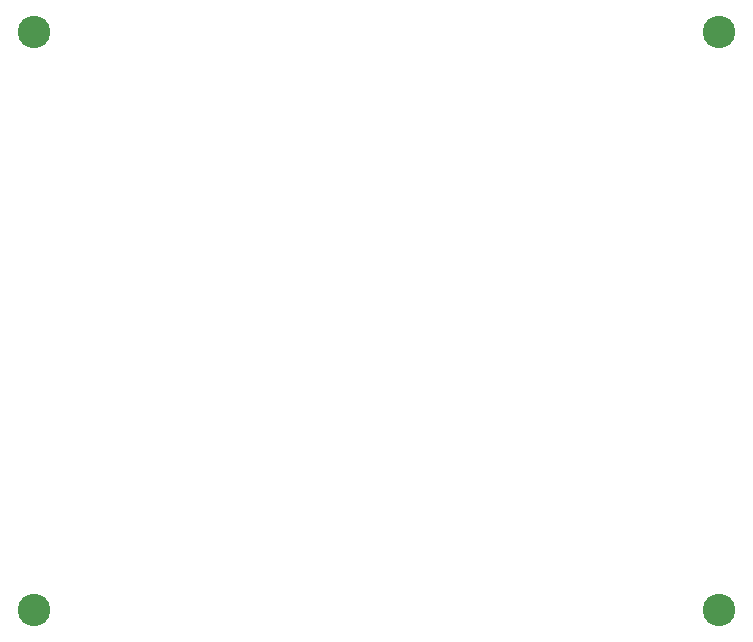
<source format=gbr>
%TF.GenerationSoftware,KiCad,Pcbnew,7.0.9-7.0.9~ubuntu23.04.1*%
%TF.CreationDate,2023-12-27T19:05:02+00:00*%
%TF.ProjectId,pedalboard-soundcard,70656461-6c62-46f6-9172-642d736f756e,0.0.1*%
%TF.SameCoordinates,Original*%
%TF.FileFunction,NonPlated,1,2,NPTH,Drill*%
%TF.FilePolarity,Positive*%
%FSLAX46Y46*%
G04 Gerber Fmt 4.6, Leading zero omitted, Abs format (unit mm)*
G04 Created by KiCad (PCBNEW 7.0.9-7.0.9~ubuntu23.04.1) date 2023-12-27 19:05:02*
%MOMM*%
%LPD*%
G01*
G04 APERTURE LIST*
%TA.AperFunction,ComponentDrill*%
%ADD10C,2.750000*%
%TD*%
G04 APERTURE END LIST*
D10*
%TO.C,H3*%
X52000000Y-56000000D03*
%TO.C,H1*%
X52000000Y-105000000D03*
%TO.C,H4*%
X110000000Y-56000000D03*
%TO.C,H2*%
X110000000Y-105000000D03*
M02*

</source>
